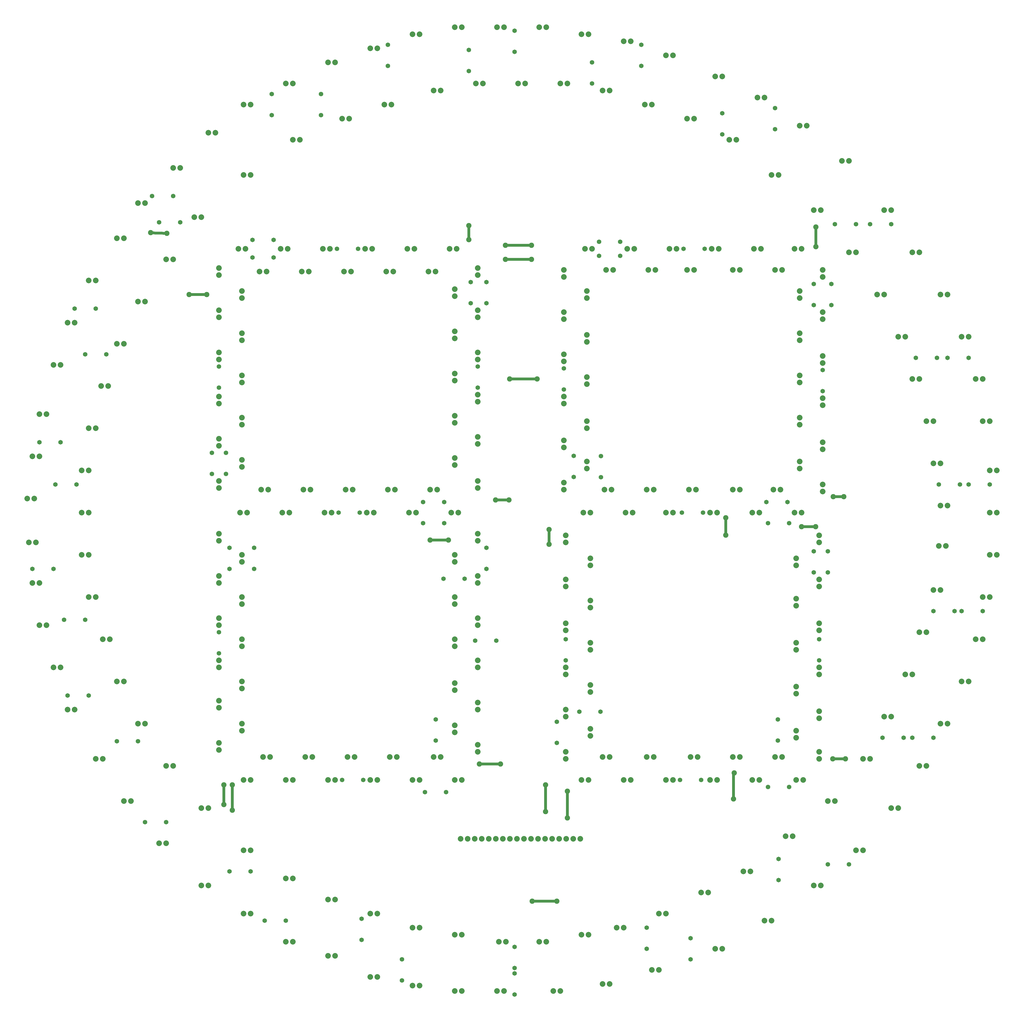
<source format=gtl>
G04 (created by PCBNEW-RS274X (2011-04-29 BZR 2986)-stable) date 5/7/2013 1:39:26 PM*
G01*
G70*
G90*
%MOIN*%
G04 Gerber Fmt 3.4, Leading zero omitted, Abs format*
%FSLAX34Y34*%
G04 APERTURE LIST*
%ADD10C,0.006000*%
%ADD11C,0.080000*%
%ADD12C,0.065000*%
%ADD13C,0.075000*%
%ADD14C,0.040000*%
G04 APERTURE END LIST*
G54D10*
G54D11*
X163500Y-182000D03*
X164500Y-182000D03*
G54D12*
X113500Y-127000D03*
X113500Y-130000D03*
X112000Y-139000D03*
X112000Y-142000D03*
X117000Y-130000D03*
X117000Y-127000D03*
G54D11*
X115250Y-152000D03*
X115250Y-153000D03*
X115250Y-146000D03*
X115250Y-147000D03*
X112000Y-125000D03*
X112000Y-126000D03*
X112000Y-131000D03*
X112000Y-132000D03*
X112000Y-137000D03*
X112000Y-138000D03*
X115250Y-140000D03*
X115250Y-141000D03*
X112000Y-154750D03*
X112000Y-155750D03*
X115250Y-134000D03*
X115250Y-135000D03*
X112000Y-148750D03*
X112000Y-149750D03*
X112000Y-143000D03*
X112000Y-144000D03*
X115250Y-128000D03*
X115250Y-129000D03*
X146320Y-168370D03*
X147320Y-168370D03*
X148320Y-168370D03*
X149320Y-168370D03*
X150320Y-168370D03*
X151320Y-168370D03*
X152320Y-168370D03*
X153320Y-168370D03*
X154320Y-168370D03*
X155320Y-168370D03*
X156320Y-168370D03*
X157320Y-168370D03*
X158320Y-168370D03*
X159320Y-168370D03*
X160320Y-168370D03*
X161320Y-168370D03*
X162320Y-168370D03*
X163320Y-168370D03*
G54D12*
X132250Y-182750D03*
X132250Y-179750D03*
X97500Y-154500D03*
X100500Y-154500D03*
X113500Y-173000D03*
X116500Y-173000D03*
X93000Y-99500D03*
X96000Y-99500D03*
X103500Y-80750D03*
X106500Y-80750D03*
X111000Y-113500D03*
X111000Y-116500D03*
X112000Y-104250D03*
X112000Y-101250D03*
X88750Y-118000D03*
X91750Y-118000D03*
X90000Y-137250D03*
X93000Y-137250D03*
X148750Y-101250D03*
X148750Y-104250D03*
X150000Y-92250D03*
X150000Y-89250D03*
X183500Y-65250D03*
X183500Y-68250D03*
X119500Y-65500D03*
X119500Y-62500D03*
X129000Y-122000D03*
X132000Y-122000D03*
X214000Y-100000D03*
X211000Y-100000D03*
X202500Y-81000D03*
X199500Y-81000D03*
X144000Y-123500D03*
X141000Y-123500D03*
X147500Y-56250D03*
X147500Y-59250D03*
X165000Y-58000D03*
X165000Y-61000D03*
X131750Y-84500D03*
X128750Y-84500D03*
X116750Y-83250D03*
X119750Y-83250D03*
X105500Y-77000D03*
X102500Y-77000D03*
X126500Y-62500D03*
X126500Y-65500D03*
X199000Y-92500D03*
X199000Y-89500D03*
X197750Y-101750D03*
X197750Y-104750D03*
X177750Y-122000D03*
X180750Y-122000D03*
X193000Y-123500D03*
X190000Y-123500D03*
X161000Y-104500D03*
X161000Y-101500D03*
X181000Y-84500D03*
X178000Y-84500D03*
X166000Y-83500D03*
X169000Y-83500D03*
X162390Y-113950D03*
X162390Y-116950D03*
X161250Y-143000D03*
X161250Y-140000D03*
X189750Y-120500D03*
X192750Y-120500D03*
X160000Y-151750D03*
X160000Y-154750D03*
X166240Y-113990D03*
X166240Y-116990D03*
X198500Y-130500D03*
X198500Y-127500D03*
X196500Y-130500D03*
X196500Y-127500D03*
X197250Y-140000D03*
X197250Y-143000D03*
X163200Y-150300D03*
X166200Y-150300D03*
X177500Y-160000D03*
X180500Y-160000D03*
X193000Y-161000D03*
X190000Y-161000D03*
X196500Y-92500D03*
X196500Y-89500D03*
X191400Y-154400D03*
X191400Y-151400D03*
X144250Y-161750D03*
X141250Y-161750D03*
X129500Y-160000D03*
X132500Y-160000D03*
X169000Y-85500D03*
X166000Y-85500D03*
X151400Y-140200D03*
X148400Y-140200D03*
X150000Y-130000D03*
X150000Y-127000D03*
X154000Y-186750D03*
X154000Y-183750D03*
X113000Y-113500D03*
X113000Y-116500D03*
X172750Y-184000D03*
X172750Y-181000D03*
X154000Y-187500D03*
X154000Y-190500D03*
X88500Y-130000D03*
X85500Y-130000D03*
X146900Y-131400D03*
X143900Y-131400D03*
X89500Y-112000D03*
X86500Y-112000D03*
X138000Y-185500D03*
X138000Y-188500D03*
X216500Y-136000D03*
X213500Y-136000D03*
X191500Y-174250D03*
X191500Y-171250D03*
X93500Y-148000D03*
X90500Y-148000D03*
X104500Y-166000D03*
X101500Y-166000D03*
X121500Y-180000D03*
X118500Y-180000D03*
X217250Y-118000D03*
X214250Y-118000D03*
X142800Y-154400D03*
X142800Y-151400D03*
X94500Y-93000D03*
X91500Y-93000D03*
X141000Y-120500D03*
X144000Y-120500D03*
X119750Y-85750D03*
X116750Y-85750D03*
X209250Y-154000D03*
X206250Y-154000D03*
X147750Y-92250D03*
X147750Y-89250D03*
G54D11*
X170500Y-160000D03*
X169500Y-160000D03*
X176500Y-160000D03*
X175500Y-160000D03*
X164500Y-160000D03*
X163500Y-160000D03*
X197250Y-144000D03*
X197250Y-145000D03*
X197250Y-150250D03*
X197250Y-151250D03*
X197250Y-156000D03*
X197250Y-157000D03*
X119250Y-156750D03*
X118250Y-156750D03*
X145500Y-90250D03*
X145500Y-91250D03*
X145500Y-96250D03*
X145500Y-97250D03*
X145500Y-102250D03*
X145500Y-103250D03*
X182750Y-160000D03*
X181750Y-160000D03*
X188750Y-160000D03*
X187750Y-160000D03*
X195000Y-160000D03*
X194000Y-160000D03*
X146500Y-160000D03*
X145500Y-160000D03*
X140500Y-160000D03*
X139500Y-160000D03*
X134500Y-160000D03*
X133500Y-160000D03*
X145500Y-108250D03*
X145500Y-109250D03*
X128500Y-160000D03*
X127500Y-160000D03*
X122500Y-160000D03*
X121500Y-160000D03*
X116500Y-160000D03*
X115500Y-160000D03*
X141750Y-87750D03*
X142750Y-87750D03*
X197750Y-99750D03*
X197750Y-100750D03*
X197750Y-118000D03*
X197750Y-119000D03*
X197750Y-112000D03*
X197750Y-113000D03*
X135750Y-87750D03*
X136750Y-87750D03*
X197750Y-105750D03*
X197750Y-106750D03*
X161000Y-100500D03*
X161000Y-99500D03*
X161000Y-94500D03*
X161000Y-93500D03*
X161000Y-88500D03*
X161000Y-87500D03*
X161000Y-106500D03*
X161000Y-105500D03*
X129750Y-87750D03*
X130750Y-87750D03*
X123750Y-87750D03*
X124750Y-87750D03*
X117750Y-87750D03*
X118750Y-87750D03*
X161000Y-112750D03*
X161000Y-111750D03*
X161000Y-118750D03*
X161000Y-117750D03*
X161250Y-138750D03*
X161250Y-137750D03*
X161250Y-132500D03*
X161250Y-131500D03*
X143500Y-156750D03*
X142500Y-156750D03*
X161250Y-126250D03*
X161250Y-125250D03*
X137250Y-156750D03*
X136250Y-156750D03*
X161250Y-145000D03*
X161250Y-144000D03*
X131250Y-156750D03*
X130250Y-156750D03*
X161250Y-151000D03*
X161250Y-150000D03*
X161250Y-157000D03*
X161250Y-156000D03*
X197250Y-125250D03*
X197250Y-126250D03*
X197250Y-131500D03*
X197250Y-132500D03*
X125250Y-156750D03*
X124250Y-156750D03*
X197250Y-137750D03*
X197250Y-138750D03*
X148750Y-111250D03*
X148750Y-112250D03*
X148750Y-117500D03*
X148750Y-118500D03*
X148750Y-99250D03*
X148750Y-100250D03*
X145500Y-152250D03*
X145500Y-153250D03*
X148750Y-93250D03*
X148750Y-94250D03*
X148750Y-87250D03*
X148750Y-88250D03*
X116000Y-122000D03*
X115000Y-122000D03*
X122000Y-122000D03*
X121000Y-122000D03*
X128000Y-122000D03*
X127000Y-122000D03*
X115250Y-91500D03*
X115250Y-90500D03*
X115250Y-97500D03*
X115250Y-96500D03*
X115250Y-103500D03*
X115250Y-102500D03*
X134000Y-122000D03*
X133000Y-122000D03*
X140000Y-122000D03*
X139000Y-122000D03*
X146000Y-122000D03*
X145000Y-122000D03*
X144750Y-84500D03*
X145750Y-84500D03*
X138750Y-84500D03*
X139750Y-84500D03*
X115250Y-109500D03*
X115250Y-108500D03*
X115250Y-115500D03*
X115250Y-114500D03*
X132750Y-84500D03*
X133750Y-84500D03*
X126750Y-84500D03*
X127750Y-84500D03*
X120750Y-84500D03*
X121750Y-84500D03*
X114750Y-84500D03*
X115750Y-84500D03*
X119000Y-118750D03*
X118000Y-118750D03*
X143000Y-118750D03*
X142000Y-118750D03*
X137000Y-118750D03*
X136000Y-118750D03*
X131000Y-118750D03*
X130000Y-118750D03*
X125000Y-118750D03*
X124000Y-118750D03*
X148750Y-143000D03*
X148750Y-144000D03*
X148750Y-149000D03*
X148750Y-150000D03*
X145500Y-114250D03*
X145500Y-115250D03*
X148750Y-155000D03*
X148750Y-156000D03*
X148750Y-137000D03*
X148750Y-138000D03*
X148750Y-131000D03*
X148750Y-132000D03*
X148750Y-125000D03*
X148750Y-126000D03*
X112000Y-118500D03*
X112000Y-117500D03*
X112000Y-112500D03*
X112000Y-111500D03*
X145500Y-128000D03*
X145500Y-129000D03*
X145500Y-134000D03*
X145500Y-135000D03*
X112000Y-106500D03*
X112000Y-105500D03*
X112000Y-88250D03*
X112000Y-87250D03*
X145500Y-140000D03*
X145500Y-141000D03*
X112000Y-94250D03*
X112000Y-93250D03*
X112000Y-100250D03*
X112000Y-99250D03*
X145500Y-146250D03*
X145500Y-147250D03*
X148750Y-105250D03*
X148750Y-106250D03*
X148500Y-61000D03*
X149500Y-61000D03*
X154500Y-61000D03*
X155500Y-61000D03*
X160500Y-61000D03*
X161500Y-61000D03*
X178500Y-66000D03*
X179500Y-66000D03*
X172500Y-64000D03*
X173500Y-64000D03*
X166500Y-62000D03*
X167500Y-62000D03*
X105500Y-73000D03*
X106500Y-73000D03*
X110500Y-68000D03*
X111500Y-68000D03*
X115500Y-64000D03*
X116500Y-64000D03*
X142500Y-62000D03*
X143500Y-62000D03*
X135500Y-64000D03*
X136500Y-64000D03*
X129500Y-66000D03*
X130500Y-66000D03*
X98500Y-163000D03*
X99500Y-163000D03*
X94500Y-157000D03*
X95500Y-157000D03*
X90500Y-150000D03*
X91500Y-150000D03*
X85500Y-132000D03*
X86500Y-132000D03*
X86500Y-138000D03*
X87500Y-138000D03*
X93500Y-110000D03*
X94500Y-110000D03*
X95250Y-104000D03*
X96250Y-104000D03*
X92500Y-122000D03*
X93500Y-122000D03*
X92500Y-128000D03*
X93500Y-128000D03*
X93500Y-134000D03*
X94500Y-134000D03*
X184500Y-69000D03*
X185500Y-69000D03*
X190500Y-74000D03*
X191500Y-74000D03*
X196500Y-79000D03*
X197500Y-79000D03*
X133500Y-56000D03*
X134500Y-56000D03*
X127500Y-58000D03*
X128500Y-58000D03*
X121500Y-61000D03*
X122500Y-61000D03*
X210500Y-103000D03*
X211500Y-103000D03*
X212500Y-109000D03*
X213500Y-109000D03*
X213500Y-115000D03*
X214500Y-115000D03*
X208500Y-97000D03*
X209500Y-97000D03*
X205500Y-91000D03*
X206500Y-91000D03*
X201500Y-85000D03*
X202500Y-85000D03*
X109500Y-175000D03*
X110500Y-175000D03*
X103500Y-169000D03*
X104500Y-169000D03*
X121500Y-183000D03*
X122500Y-183000D03*
X127500Y-185000D03*
X128500Y-185000D03*
X133500Y-188000D03*
X134500Y-188000D03*
X203500Y-157000D03*
X204500Y-157000D03*
X198500Y-163000D03*
X199500Y-163000D03*
X192500Y-168000D03*
X193500Y-168000D03*
X174500Y-179000D03*
X175500Y-179000D03*
X180500Y-176000D03*
X181500Y-176000D03*
X186500Y-173000D03*
X187500Y-173000D03*
X211500Y-139000D03*
X212500Y-139000D03*
X209500Y-145000D03*
X210500Y-145000D03*
X206500Y-151000D03*
X207500Y-151000D03*
X213500Y-133000D03*
X214500Y-133000D03*
X214250Y-126750D03*
X215250Y-126750D03*
X214500Y-121000D03*
X215500Y-121000D03*
X88500Y-144000D03*
X89500Y-144000D03*
X86500Y-108000D03*
X87500Y-108000D03*
X88500Y-101000D03*
X89500Y-101000D03*
X90500Y-95000D03*
X91500Y-95000D03*
X85500Y-114000D03*
X86500Y-114000D03*
X84750Y-120000D03*
X85750Y-120000D03*
X85000Y-126250D03*
X86000Y-126250D03*
X100500Y-78000D03*
X101500Y-78000D03*
X97500Y-83000D03*
X98500Y-83000D03*
X93500Y-89000D03*
X94500Y-89000D03*
X168500Y-181000D03*
X169500Y-181000D03*
X157500Y-183000D03*
X158500Y-183000D03*
X139500Y-189250D03*
X140500Y-189250D03*
X145500Y-190000D03*
X146500Y-190000D03*
X151500Y-190000D03*
X152500Y-190000D03*
X115500Y-179000D03*
X116500Y-179000D03*
X173750Y-118750D03*
X172750Y-118750D03*
X167750Y-118750D03*
X166750Y-118750D03*
X164250Y-115750D03*
X164250Y-114750D03*
X164250Y-110000D03*
X164250Y-109000D03*
X164250Y-103750D03*
X164250Y-102750D03*
X164250Y-97750D03*
X164250Y-96750D03*
X164250Y-91500D03*
X164250Y-90500D03*
X194000Y-153000D03*
X194000Y-154000D03*
X194000Y-146750D03*
X194000Y-147750D03*
X194000Y-140500D03*
X194000Y-141500D03*
X194000Y-134250D03*
X194000Y-135250D03*
X194000Y-128500D03*
X194000Y-129500D03*
X164750Y-153750D03*
X164750Y-152750D03*
X164750Y-147500D03*
X164750Y-146500D03*
X164750Y-141500D03*
X164750Y-140500D03*
X164750Y-135500D03*
X164750Y-134500D03*
X164750Y-129500D03*
X164750Y-128500D03*
X197750Y-93500D03*
X197750Y-94500D03*
X197750Y-87500D03*
X197750Y-88500D03*
X164750Y-122000D03*
X163750Y-122000D03*
X170750Y-122000D03*
X169750Y-122000D03*
X176500Y-122000D03*
X175500Y-122000D03*
X182750Y-122000D03*
X181750Y-122000D03*
X188750Y-122000D03*
X187750Y-122000D03*
X194750Y-122000D03*
X193750Y-122000D03*
X193750Y-84500D03*
X194750Y-84500D03*
X188000Y-84500D03*
X189000Y-84500D03*
X182000Y-84500D03*
X183000Y-84500D03*
X176000Y-84500D03*
X177000Y-84500D03*
X170000Y-84500D03*
X171000Y-84500D03*
X164000Y-84500D03*
X165000Y-84500D03*
X191750Y-118750D03*
X190750Y-118750D03*
X186000Y-118750D03*
X185000Y-118750D03*
X179750Y-118750D03*
X178750Y-118750D03*
X139500Y-181000D03*
X140500Y-181000D03*
X121500Y-174000D03*
X122500Y-174000D03*
X127500Y-177000D03*
X128500Y-177000D03*
X133500Y-179000D03*
X134500Y-179000D03*
X100500Y-152000D03*
X101500Y-152000D03*
X97500Y-146000D03*
X98500Y-146000D03*
X95500Y-140000D03*
X96500Y-140000D03*
X104500Y-158000D03*
X105500Y-158000D03*
X109500Y-164000D03*
X110500Y-164000D03*
X115500Y-170000D03*
X116500Y-170000D03*
X97500Y-98000D03*
X98500Y-98000D03*
X100500Y-92000D03*
X101500Y-92000D03*
X104500Y-86000D03*
X105500Y-86000D03*
X122500Y-69000D03*
X123500Y-69000D03*
X115500Y-74000D03*
X116500Y-74000D03*
X108500Y-80000D03*
X109500Y-80000D03*
X92500Y-116000D03*
X93500Y-116000D03*
X194500Y-114750D03*
X194500Y-115750D03*
X194500Y-108500D03*
X194500Y-109500D03*
X194500Y-102500D03*
X194500Y-103500D03*
X194500Y-96500D03*
X194500Y-97500D03*
X194500Y-90500D03*
X194500Y-91500D03*
X167500Y-156750D03*
X166500Y-156750D03*
X173750Y-156750D03*
X172750Y-156750D03*
X180000Y-156750D03*
X179000Y-156750D03*
X186000Y-156750D03*
X185000Y-156750D03*
X192000Y-156750D03*
X191000Y-156750D03*
X167000Y-87500D03*
X168000Y-87500D03*
X173000Y-87500D03*
X174000Y-87500D03*
X178500Y-87500D03*
X179500Y-87500D03*
X185000Y-87500D03*
X186000Y-87500D03*
X191000Y-87500D03*
X192000Y-87500D03*
X151750Y-183000D03*
X152750Y-183000D03*
X145500Y-182000D03*
X146500Y-182000D03*
G54D12*
X136000Y-58500D03*
X136000Y-55500D03*
X154000Y-56500D03*
X154000Y-53500D03*
X172000Y-58500D03*
X172000Y-55500D03*
X191000Y-67500D03*
X191000Y-64500D03*
X204500Y-81000D03*
X207500Y-81000D03*
X215500Y-100000D03*
X218500Y-100000D03*
X218500Y-118000D03*
X221500Y-118000D03*
X217500Y-136000D03*
X220500Y-136000D03*
X210500Y-154000D03*
X213500Y-154000D03*
X198500Y-172000D03*
X201500Y-172000D03*
X179000Y-182500D03*
X179000Y-185500D03*
G54D11*
X207500Y-164000D03*
X208500Y-164000D03*
X189500Y-180000D03*
X190500Y-180000D03*
X166500Y-189000D03*
X167500Y-189000D03*
X202500Y-170000D03*
X203500Y-170000D03*
X182500Y-184000D03*
X183500Y-184000D03*
X159500Y-190000D03*
X160500Y-190000D03*
X139500Y-54000D03*
X140500Y-54000D03*
X157500Y-53000D03*
X158500Y-53000D03*
X175500Y-57000D03*
X176500Y-57000D03*
X194500Y-67000D03*
X195500Y-67000D03*
X210500Y-85000D03*
X211500Y-85000D03*
X219500Y-103000D03*
X220500Y-103000D03*
X221500Y-122000D03*
X222500Y-122000D03*
X219500Y-140000D03*
X220500Y-140000D03*
X145500Y-53000D03*
X146500Y-53000D03*
X163500Y-54000D03*
X164500Y-54000D03*
X182500Y-60000D03*
X183500Y-60000D03*
X200500Y-72000D03*
X201500Y-72000D03*
X214500Y-91000D03*
X215500Y-91000D03*
X220500Y-109000D03*
X221500Y-109000D03*
X221500Y-128000D03*
X222500Y-128000D03*
X217500Y-146000D03*
X218500Y-146000D03*
X151500Y-53000D03*
X152500Y-53000D03*
X169500Y-55000D03*
X170500Y-55000D03*
X188500Y-63000D03*
X189500Y-63000D03*
X206500Y-79000D03*
X207500Y-79000D03*
X217500Y-97000D03*
X218500Y-97000D03*
X221500Y-116000D03*
X222500Y-116000D03*
X220500Y-134000D03*
X221500Y-134000D03*
X214500Y-152000D03*
X215500Y-152000D03*
X211500Y-158000D03*
X212500Y-158000D03*
X196500Y-175000D03*
X197500Y-175000D03*
X173500Y-187000D03*
X174500Y-187000D03*
G54D13*
X147500Y-81200D03*
X147500Y-83200D03*
X199200Y-157000D03*
X201000Y-157000D03*
X158400Y-164500D03*
X158400Y-160700D03*
X184000Y-125200D03*
X184000Y-122750D03*
X185200Y-159000D03*
X185100Y-162700D03*
X112700Y-160700D03*
X112700Y-163500D03*
X113900Y-164300D03*
X113900Y-160700D03*
X149000Y-157750D03*
X152000Y-157750D03*
X110250Y-91000D03*
X107750Y-91000D03*
X151300Y-120200D03*
X153200Y-120200D03*
X196800Y-81400D03*
X196800Y-84200D03*
X200750Y-119750D03*
X199250Y-119750D03*
X156500Y-177250D03*
X160000Y-177250D03*
X104600Y-82300D03*
X102300Y-82200D03*
X152700Y-84000D03*
X156400Y-84000D03*
X153300Y-103000D03*
X157200Y-103000D03*
X142000Y-125900D03*
X144600Y-125900D03*
X158900Y-124400D03*
X158900Y-126500D03*
X194750Y-124000D03*
X196750Y-124000D03*
X161500Y-161600D03*
X161500Y-165400D03*
X152700Y-86000D03*
X156400Y-86000D03*
G54D14*
X147500Y-83200D02*
X147500Y-81200D01*
X201000Y-157000D02*
X199200Y-157000D01*
X158400Y-160700D02*
X158400Y-164500D01*
X184000Y-125200D02*
X184000Y-122750D01*
X185200Y-159000D02*
X185100Y-159100D01*
X185100Y-159100D02*
X185100Y-162700D01*
X112700Y-160700D02*
X112700Y-163500D01*
X113900Y-160700D02*
X113900Y-164300D01*
X152000Y-157750D02*
X149000Y-157750D01*
X107750Y-91000D02*
X110250Y-91000D01*
X153200Y-120200D02*
X151300Y-120200D01*
X196800Y-84200D02*
X196800Y-81400D01*
X200750Y-119750D02*
X199250Y-119750D01*
X160000Y-177250D02*
X156500Y-177250D01*
X104600Y-82300D02*
X102250Y-82250D01*
X102250Y-82250D02*
X102300Y-82200D01*
X152700Y-84000D02*
X156400Y-84000D01*
X153300Y-103000D02*
X157200Y-103000D01*
X144600Y-125900D02*
X142000Y-125900D01*
X158900Y-126500D02*
X158900Y-124400D01*
X196750Y-124000D02*
X194750Y-124000D01*
X161500Y-161600D02*
X161500Y-165400D01*
X156400Y-86000D02*
X152700Y-86000D01*
M02*

</source>
